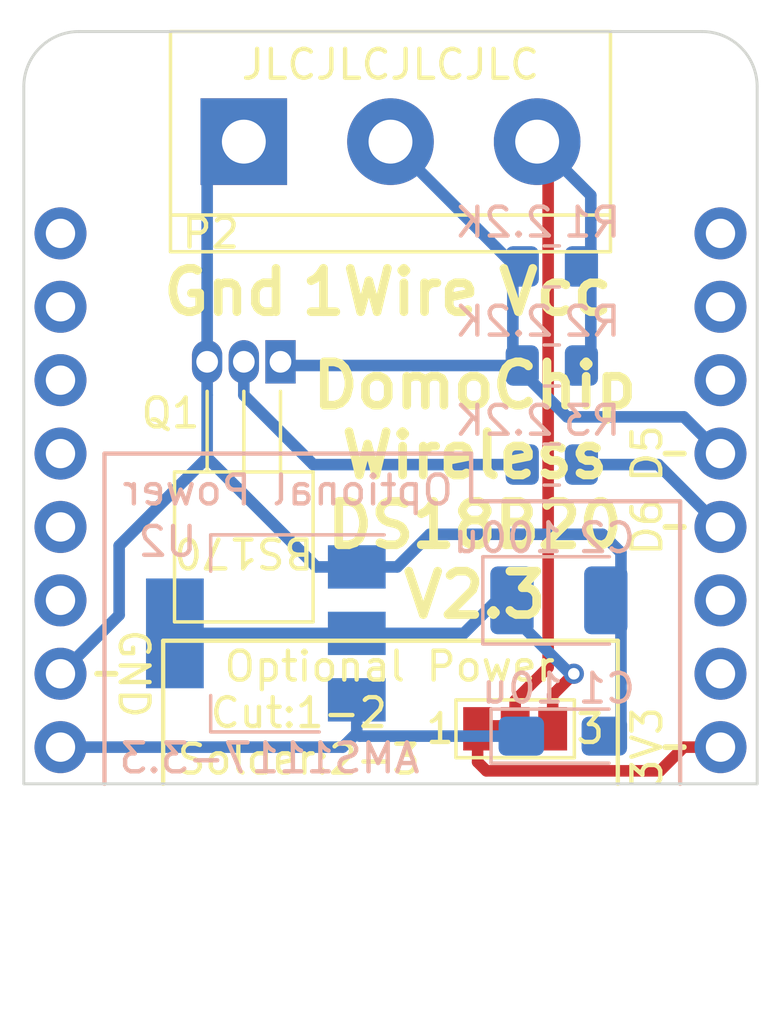
<source format=kicad_pcb>
(kicad_pcb (version 20171130) (host pcbnew "(5.1.5)-3")

  (general
    (thickness 1.6)
    (drawings 32)
    (tracks 55)
    (zones 0)
    (modules 10)
    (nets 9)
  )

  (page A4)
  (layers
    (0 F.Cu signal)
    (31 B.Cu signal)
    (32 B.Adhes user)
    (33 F.Adhes user)
    (34 B.Paste user)
    (35 F.Paste user)
    (36 B.SilkS user)
    (37 F.SilkS user)
    (38 B.Mask user)
    (39 F.Mask user)
    (40 Dwgs.User user)
    (41 Cmts.User user)
    (42 Eco1.User user)
    (43 Eco2.User user)
    (44 Edge.Cuts user)
    (45 Margin user)
    (46 B.CrtYd user)
    (47 F.CrtYd user)
    (48 B.Fab user)
    (49 F.Fab user)
  )

  (setup
    (last_trace_width 0.4)
    (trace_clearance 0.2)
    (zone_clearance 0.508)
    (zone_45_only no)
    (trace_min 0.2)
    (via_size 0.7)
    (via_drill 0.4)
    (via_min_size 0.4)
    (via_min_drill 0.3)
    (uvia_size 0.762)
    (uvia_drill 0.508)
    (uvias_allowed no)
    (uvia_min_size 0.2)
    (uvia_min_drill 0.1)
    (edge_width 0.1)
    (segment_width 0.2)
    (pcb_text_width 0.3)
    (pcb_text_size 1.5 1.5)
    (mod_edge_width 0.15)
    (mod_text_size 1 1)
    (mod_text_width 0.15)
    (pad_size 1.5 1.5)
    (pad_drill 0.6)
    (pad_to_mask_clearance 0)
    (solder_mask_min_width 0.25)
    (aux_axis_origin 0 0)
    (visible_elements 7FFFFFFF)
    (pcbplotparams
      (layerselection 0x010fc_ffffffff)
      (usegerberextensions false)
      (usegerberattributes false)
      (usegerberadvancedattributes false)
      (creategerberjobfile false)
      (excludeedgelayer true)
      (linewidth 0.100000)
      (plotframeref false)
      (viasonmask false)
      (mode 1)
      (useauxorigin false)
      (hpglpennumber 1)
      (hpglpenspeed 20)
      (hpglpendiameter 15.000000)
      (psnegative false)
      (psa4output false)
      (plotreference true)
      (plotvalue true)
      (plotinvisibletext false)
      (padsonsilk false)
      (subtractmaskfromsilk false)
      (outputformat 1)
      (mirror false)
      (drillshape 0)
      (scaleselection 1)
      (outputdirectory "WirelessDS18B20-gerber/"))
  )

  (net 0 "")
  (net 1 VCC)
  (net 2 "Net-(P2-Pad2)")
  (net 3 GND)
  (net 4 "Net-(Q1-Pad2)")
  (net 5 "Net-(R3-Pad1)")
  (net 6 "Net-(C2-Pad1)")
  (net 7 5V)
  (net 8 3V3)

  (net_class Default "This is the default net class."
    (clearance 0.2)
    (trace_width 0.4)
    (via_dia 0.7)
    (via_drill 0.4)
    (uvia_dia 0.762)
    (uvia_drill 0.508)
    (add_net 3V3)
    (add_net 5V)
    (add_net GND)
    (add_net "Net-(C2-Pad1)")
    (add_net "Net-(P2-Pad2)")
    (add_net "Net-(Q1-Pad2)")
    (add_net "Net-(R3-Pad1)")
    (add_net VCC)
  )

  (module wemos_d1_mini:wemos-d1-mini-DIL-only (layer B.Cu) (tedit 5C0440C4) (tstamp 5E124C58)
    (at 36.195 40.64 90)
    (path /5C04580B)
    (fp_text reference U1 (at -19.3 0) (layer B.SilkS) hide
      (effects (font (size 1 1) (thickness 0.15)) (justify mirror))
    )
    (fp_text value WeMos_mini (at -2.54 -15.875 90) (layer B.Fab) hide
      (effects (font (size 1 1) (thickness 0.15)) (justify mirror))
    )
    (fp_line (start -11.48 13.5) (end 14.85 13.5) (layer B.CrtYd) (width 0.05))
    (fp_line (start 16.94 11.5) (end 16.94 -11.5) (layer B.CrtYd) (width 0.05))
    (fp_line (start 14.94 -13.5) (end -18.46 -13.5) (layer B.CrtYd) (width 0.05))
    (fp_line (start -18.46 -13.5) (end -18.46 11.33) (layer B.CrtYd) (width 0.05))
    (fp_arc (start 14.94 -11.5) (end 16.94 -11.5) (angle -90) (layer B.CrtYd) (width 0.05))
    (fp_arc (start 14.94 11.5) (end 14.85 13.5) (angle -92.57657183) (layer B.CrtYd) (width 0.05))
    (fp_line (start -11.48 13.5) (end -11.48 12.33) (layer B.CrtYd) (width 0.05))
    (fp_line (start -18.46 11.33) (end -12.48 11.33) (layer B.CrtYd) (width 0.05))
    (fp_arc (start -12.48 12.33) (end -11.48 12.33) (angle -90) (layer B.CrtYd) (width 0.05))
    (pad 16 thru_hole circle (at -8.89 11.43 90) (size 1.8 1.8) (drill 1.016) (layers *.Cu *.Mask)
      (net 8 3V3))
    (pad 1 thru_hole circle (at -8.89 -11.43 90) (size 1.8 1.8) (drill 1.016) (layers *.Cu *.Mask)
      (net 7 5V))
    (pad 15 thru_hole circle (at -6.35 11.43 90) (size 1.8 1.8) (drill 1.016) (layers *.Cu *.Mask))
    (pad 2 thru_hole circle (at -6.35 -11.43 90) (size 1.8 1.8) (drill 1.016) (layers *.Cu *.Mask)
      (net 3 GND))
    (pad 14 thru_hole circle (at -3.81 11.43 90) (size 1.8 1.8) (drill 1.016) (layers *.Cu *.Mask))
    (pad 3 thru_hole circle (at -3.81 -11.43 90) (size 1.8 1.8) (drill 1.016) (layers *.Cu *.Mask))
    (pad 13 thru_hole circle (at -1.27 11.43 90) (size 1.8 1.8) (drill 1.016) (layers *.Cu *.Mask)
      (net 5 "Net-(R3-Pad1)"))
    (pad 4 thru_hole circle (at -1.27 -11.43 90) (size 1.8 1.8) (drill 1.016) (layers *.Cu *.Mask))
    (pad 12 thru_hole circle (at 1.27 11.43 90) (size 1.8 1.8) (drill 1.016) (layers *.Cu *.Mask)
      (net 2 "Net-(P2-Pad2)"))
    (pad 5 thru_hole circle (at 1.27 -11.43 90) (size 1.8 1.8) (drill 1.016) (layers *.Cu *.Mask))
    (pad 11 thru_hole circle (at 3.81 11.43 90) (size 1.8 1.8) (drill 1.016) (layers *.Cu *.Mask))
    (pad 6 thru_hole circle (at 3.81 -11.43 90) (size 1.8 1.8) (drill 1.016) (layers *.Cu *.Mask))
    (pad 10 thru_hole circle (at 6.35 11.43 90) (size 1.8 1.8) (drill 1.016) (layers *.Cu *.Mask))
    (pad 7 thru_hole circle (at 6.35 -11.43 90) (size 1.8 1.8) (drill 1.016) (layers *.Cu *.Mask))
    (pad 9 thru_hole circle (at 8.89 11.43 90) (size 1.8 1.8) (drill 1.016) (layers *.Cu *.Mask))
    (pad 8 thru_hole circle (at 8.89 -11.43 90) (size 1.8 1.8) (drill 1.016) (layers *.Cu *.Mask))
    (model ${KIPRJMOD}/3dshapes/wemos_d1_mini.3dshapes/SLW-108-01-G-S.wrl
      (offset (xyz 0 -11.39999982878918 0))
      (scale (xyz 0.3937 0.3937 0.3937))
      (rotate (xyz -90 0 0))
    )
    (model ${KIPRJMOD}/3dshapes/wemos_d1_mini.3dshapes/SLW-108-01-G-S.wrl
      (offset (xyz 0 11.39999982878918 0))
      (scale (xyz 0.3937 0.3937 0.3937))
      (rotate (xyz -90 0 0))
    )
    (model ${KIPRJMOD}/3dshapes/wemos_d1_mini.3dshapes/TSW-108-05-G-S.wrl
      (offset (xyz 0 -11.39999982878918 7.299999890364999))
      (scale (xyz 0.3937 0.3937 0.3937))
      (rotate (xyz 90 0 0))
    )
    (model ${KIPRJMOD}/3dshapes/wemos_d1_mini.3dshapes/TSW-108-05-G-S.wrl
      (offset (xyz 0 11.39999982878918 7.299999890364999))
      (scale (xyz 0.3937 0.3937 0.3937))
      (rotate (xyz 90 0 0))
    )
  )

  (module Jumper:SolderJumper-3_P1.3mm_Bridged12_Pad1.0x1.5mm_NumberLabels (layer F.Cu) (tedit 5C756B5B) (tstamp 5E133885)
    (at 40.513 48.895)
    (descr "SMD Solder Jumper, 1x1.5mm Pads, 0.3mm gap, pads 1-2 bridged with 1 copper strip, labeled with numbers")
    (tags "solder jumper open")
    (path /5E156EB7)
    (attr virtual)
    (fp_text reference JP1 (at 2.032 -1.778) (layer F.Fab)
      (effects (font (size 1 1) (thickness 0.15)))
    )
    (fp_text value SldrJmp_3_Bridged12 (at 0.762 3.81) (layer F.Fab) hide
      (effects (font (size 1 1) (thickness 0.15)))
    )
    (fp_text user 3 (at 2.6 0) (layer F.SilkS)
      (effects (font (size 1 1) (thickness 0.15)))
    )
    (fp_text user 1 (at -2.6 0) (layer F.SilkS)
      (effects (font (size 1 1) (thickness 0.15)))
    )
    (fp_line (start -2.05 1) (end -2.05 -1) (layer F.SilkS) (width 0.12))
    (fp_line (start 2.05 1) (end -2.05 1) (layer F.SilkS) (width 0.12))
    (fp_line (start 2.05 -1) (end 2.05 1) (layer F.SilkS) (width 0.12))
    (fp_line (start -2.05 -1) (end 2.05 -1) (layer F.SilkS) (width 0.12))
    (fp_line (start -2.3 -1.25) (end 2.3 -1.25) (layer F.CrtYd) (width 0.05))
    (fp_line (start -2.3 -1.25) (end -2.3 1.25) (layer F.CrtYd) (width 0.05))
    (fp_line (start 2.3 1.25) (end 2.3 -1.25) (layer F.CrtYd) (width 0.05))
    (fp_line (start 2.3 1.25) (end -2.3 1.25) (layer F.CrtYd) (width 0.05))
    (fp_poly (pts (xy -0.9 -0.3) (xy -0.4 -0.3) (xy -0.4 0.3) (xy -0.9 0.3)) (layer F.Cu) (width 0))
    (pad 1 smd rect (at -1.3 0) (size 1 1.5) (layers F.Cu F.Mask)
      (net 8 3V3))
    (pad 3 smd rect (at 1.3 0) (size 1 1.5) (layers F.Cu F.Mask)
      (net 6 "Net-(C2-Pad1)"))
    (pad 2 smd rect (at 0 0) (size 1 1.5) (layers F.Cu F.Mask)
      (net 1 VCC))
  )

  (module Capacitor_Tantalum_SMD:CP_EIA-3216-18_Kemet-A_Pad1.58x1.35mm_HandSolder (layer B.Cu) (tedit 5B301BBE) (tstamp 5E1B9301)
    (at 42.164 49.149)
    (descr "Tantalum Capacitor SMD Kemet-A (3216-18 Metric), IPC_7351 nominal, (Body size from: http://www.kemet.com/Lists/ProductCatalog/Attachments/253/KEM_TC101_STD.pdf), generated with kicad-footprint-generator")
    (tags "capacitor tantalum")
    (path /5E125356)
    (attr smd)
    (fp_text reference C1 (at 1.524 -1.651) (layer B.SilkS)
      (effects (font (size 1 1) (thickness 0.15)) (justify mirror))
    )
    (fp_text value 10u (at -1.397 -1.651) (layer B.SilkS)
      (effects (font (size 1 1) (thickness 0.15)) (justify mirror))
    )
    (fp_line (start 1.6 0.8) (end -1.2 0.8) (layer B.Fab) (width 0.1))
    (fp_line (start -1.2 0.8) (end -1.6 0.4) (layer B.Fab) (width 0.1))
    (fp_line (start -1.6 0.4) (end -1.6 -0.8) (layer B.Fab) (width 0.1))
    (fp_line (start -1.6 -0.8) (end 1.6 -0.8) (layer B.Fab) (width 0.1))
    (fp_line (start 1.6 -0.8) (end 1.6 0.8) (layer B.Fab) (width 0.1))
    (fp_line (start 1.6 0.935) (end -2.485 0.935) (layer B.SilkS) (width 0.12))
    (fp_line (start -2.485 0.935) (end -2.485 -0.935) (layer B.SilkS) (width 0.12))
    (fp_line (start -2.485 -0.935) (end 1.6 -0.935) (layer B.SilkS) (width 0.12))
    (fp_line (start -2.48 -1.05) (end -2.48 1.05) (layer B.CrtYd) (width 0.05))
    (fp_line (start -2.48 1.05) (end 2.48 1.05) (layer B.CrtYd) (width 0.05))
    (fp_line (start 2.48 1.05) (end 2.48 -1.05) (layer B.CrtYd) (width 0.05))
    (fp_line (start 2.48 -1.05) (end -2.48 -1.05) (layer B.CrtYd) (width 0.05))
    (fp_text user %R (at 0 0) (layer B.Fab)
      (effects (font (size 0.8 0.8) (thickness 0.12)) (justify mirror))
    )
    (pad 1 smd roundrect (at -1.4375 0) (size 1.575 1.35) (layers B.Cu B.Paste B.Mask) (roundrect_rratio 0.185185)
      (net 7 5V))
    (pad 2 smd roundrect (at 1.4375 0) (size 1.575 1.35) (layers B.Cu B.Paste B.Mask) (roundrect_rratio 0.185185)
      (net 3 GND))
    (model ${KISYS3DMOD}/Capacitor_Tantalum_SMD.3dshapes/CP_EIA-3216-18_Kemet-A.wrl
      (at (xyz 0 0 0))
      (scale (xyz 1 1 1))
      (rotate (xyz 0 0 0))
    )
  )

  (module Capacitor_Tantalum_SMD:CP_EIA-3528-21_Kemet-B_Pad1.50x2.35mm_HandSolder (layer B.Cu) (tedit 5B342532) (tstamp 5E1B9313)
    (at 42.028 44.45)
    (descr "Tantalum Capacitor SMD Kemet-B (3528-21 Metric), IPC_7351 nominal, (Body size from: http://www.kemet.com/Lists/ProductCatalog/Attachments/253/KEM_TC101_STD.pdf), generated with kicad-footprint-generator")
    (tags "capacitor tantalum")
    (path /5E12575D)
    (attr smd)
    (fp_text reference C2 (at 1.66 -2.159) (layer B.SilkS)
      (effects (font (size 1 1) (thickness 0.15)) (justify mirror))
    )
    (fp_text value 100u (at -1.769 -2.159) (layer B.SilkS)
      (effects (font (size 1 1) (thickness 0.15)) (justify mirror))
    )
    (fp_line (start 1.75 1.4) (end -1.05 1.4) (layer B.Fab) (width 0.1))
    (fp_line (start -1.05 1.4) (end -1.75 0.7) (layer B.Fab) (width 0.1))
    (fp_line (start -1.75 0.7) (end -1.75 -1.4) (layer B.Fab) (width 0.1))
    (fp_line (start -1.75 -1.4) (end 1.75 -1.4) (layer B.Fab) (width 0.1))
    (fp_line (start 1.75 -1.4) (end 1.75 1.4) (layer B.Fab) (width 0.1))
    (fp_line (start 1.75 1.51) (end -2.635 1.51) (layer B.SilkS) (width 0.12))
    (fp_line (start -2.635 1.51) (end -2.635 -1.51) (layer B.SilkS) (width 0.12))
    (fp_line (start -2.635 -1.51) (end 1.75 -1.51) (layer B.SilkS) (width 0.12))
    (fp_line (start -2.62 -1.65) (end -2.62 1.65) (layer B.CrtYd) (width 0.05))
    (fp_line (start -2.62 1.65) (end 2.62 1.65) (layer B.CrtYd) (width 0.05))
    (fp_line (start 2.62 1.65) (end 2.62 -1.65) (layer B.CrtYd) (width 0.05))
    (fp_line (start 2.62 -1.65) (end -2.62 -1.65) (layer B.CrtYd) (width 0.05))
    (fp_text user %R (at 0 0) (layer B.Fab)
      (effects (font (size 0.88 0.88) (thickness 0.13)) (justify mirror))
    )
    (pad 1 smd roundrect (at -1.625 0) (size 1.5 2.35) (layers B.Cu B.Paste B.Mask) (roundrect_rratio 0.166667)
      (net 6 "Net-(C2-Pad1)"))
    (pad 2 smd roundrect (at 1.625 0) (size 1.5 2.35) (layers B.Cu B.Paste B.Mask) (roundrect_rratio 0.166667)
      (net 3 GND))
    (model ${KISYS3DMOD}/Capacitor_Tantalum_SMD.3dshapes/CP_EIA-3528-21_Kemet-B.wrl
      (at (xyz 0 0 0))
      (scale (xyz 1 1 1))
      (rotate (xyz 0 0 0))
    )
  )

  (module TerminalBlock:TerminalBlock_bornier-3_P5.08mm (layer F.Cu) (tedit 59FF03B9) (tstamp 5E1B9325)
    (at 31.115 28.575)
    (descr "simple 3-pin terminal block, pitch 5.08mm, revamped version of bornier3")
    (tags "terminal block bornier3")
    (path /57A0B00F)
    (fp_text reference P2 (at -1.143 3.175) (layer F.SilkS)
      (effects (font (size 1 1) (thickness 0.15)))
    )
    (fp_text value "1-Wire Bus" (at 5.08 5.08) (layer F.Fab)
      (effects (font (size 1 1) (thickness 0.15)))
    )
    (fp_text user %R (at 5.08 0) (layer F.Fab)
      (effects (font (size 1 1) (thickness 0.15)))
    )
    (fp_line (start -2.47 2.55) (end 12.63 2.55) (layer F.Fab) (width 0.1))
    (fp_line (start -2.47 -3.75) (end 12.63 -3.75) (layer F.Fab) (width 0.1))
    (fp_line (start 12.63 -3.75) (end 12.63 3.75) (layer F.Fab) (width 0.1))
    (fp_line (start 12.63 3.75) (end -2.47 3.75) (layer F.Fab) (width 0.1))
    (fp_line (start -2.47 3.75) (end -2.47 -3.75) (layer F.Fab) (width 0.1))
    (fp_line (start -2.54 3.81) (end -2.54 -3.81) (layer F.SilkS) (width 0.12))
    (fp_line (start 12.7 3.81) (end 12.7 -3.81) (layer F.SilkS) (width 0.12))
    (fp_line (start -2.54 2.54) (end 12.7 2.54) (layer F.SilkS) (width 0.12))
    (fp_line (start -2.54 -3.81) (end 12.7 -3.81) (layer F.SilkS) (width 0.12))
    (fp_line (start -2.54 3.81) (end 12.7 3.81) (layer F.SilkS) (width 0.12))
    (fp_line (start -2.72 -4) (end 12.88 -4) (layer F.CrtYd) (width 0.05))
    (fp_line (start -2.72 -4) (end -2.72 4) (layer F.CrtYd) (width 0.05))
    (fp_line (start 12.88 4) (end 12.88 -4) (layer F.CrtYd) (width 0.05))
    (fp_line (start 12.88 4) (end -2.72 4) (layer F.CrtYd) (width 0.05))
    (pad 1 thru_hole rect (at 0 0) (size 3 3) (drill 1.52) (layers *.Cu *.Mask)
      (net 3 GND))
    (pad 2 thru_hole circle (at 5.08 0) (size 3 3) (drill 1.52) (layers *.Cu *.Mask)
      (net 2 "Net-(P2-Pad2)"))
    (pad 3 thru_hole circle (at 10.16 0) (size 3 3) (drill 1.52) (layers *.Cu *.Mask)
      (net 1 VCC))
    (model ${KISYS3DMOD}/TerminalBlock.3dshapes/TerminalBlock_bornier-3_P5.08mm.wrl
      (offset (xyz 5.079999923706055 0 0))
      (scale (xyz 1 1 1))
      (rotate (xyz 0 0 0))
    )
  )

  (module Package_TO_SOT_THT:TO-92_Inline_Horizontal2 (layer F.Cu) (tedit 5A27991D) (tstamp 5E1B933A)
    (at 32.385 36.195 180)
    (descr "TO-92 horizontal, leads in-line, narrow, oval pads, drill 0.75mm (see NXP sot054_po.pdf)")
    (tags "to-92 sc-43 sc-43a sot54 PA33 transistor")
    (path /59F83235)
    (fp_text reference Q1 (at 3.81 -1.778) (layer F.SilkS)
      (effects (font (size 1 1) (thickness 0.15)))
    )
    (fp_text value BS170 (at 1.27 -6.604 180 unlocked) (layer F.SilkS)
      (effects (font (size 1 1) (thickness 0.15)))
    )
    (fp_line (start 2.54 -3.94) (end 2.54 -1.02) (layer F.Fab) (width 0.1))
    (fp_line (start 1.27 -3.94) (end 1.27 -1.02) (layer F.Fab) (width 0.1))
    (fp_line (start 0 -3.94) (end 0 -1.02) (layer F.Fab) (width 0.1))
    (fp_line (start -1.02 -8.89) (end -1.02 -3.94) (layer F.Fab) (width 0.1))
    (fp_line (start -1.02 -3.94) (end 3.56 -3.94) (layer F.Fab) (width 0.1))
    (fp_line (start 3.56 -3.94) (end 3.56 -8.89) (layer F.Fab) (width 0.1))
    (fp_line (start 3.56 -8.89) (end -1.02 -8.89) (layer F.Fab) (width 0.1))
    (fp_line (start 0 -1.02) (end 0 -3.81) (layer F.SilkS) (width 0.12))
    (fp_line (start 1.27 -1.02) (end 1.27 -3.81) (layer F.SilkS) (width 0.12))
    (fp_line (start 2.54 -1.02) (end 2.54 -3.81) (layer F.SilkS) (width 0.12))
    (fp_line (start -1.13 -3.81) (end 3.67 -3.81) (layer F.SilkS) (width 0.12))
    (fp_line (start 3.67 -3.81) (end 3.67 -9) (layer F.SilkS) (width 0.12))
    (fp_line (start 3.67 -9) (end -1.13 -9) (layer F.SilkS) (width 0.12))
    (fp_line (start -1.13 -9) (end -1.13 -3.81) (layer F.SilkS) (width 0.12))
    (fp_line (start -1.27 -9.14) (end 3.81 -9.14) (layer F.CrtYd) (width 0.05))
    (fp_line (start -1.27 -9.14) (end -1.27 1) (layer F.CrtYd) (width 0.05))
    (fp_line (start 3.81 1) (end 3.81 -9.14) (layer F.CrtYd) (width 0.05))
    (fp_line (start 3.81 1) (end -1.27 1) (layer F.CrtYd) (width 0.05))
    (pad 2 thru_hole oval (at 1.27 0 180) (size 1.05 1.5) (drill 0.75) (layers *.Cu *.Mask)
      (net 4 "Net-(Q1-Pad2)"))
    (pad 3 thru_hole oval (at 2.54 0 180) (size 1.05 1.5) (drill 0.75) (layers *.Cu *.Mask)
      (net 3 GND))
    (pad 1 thru_hole rect (at 0 0 180) (size 1.05 1.5) (drill 0.75) (layers *.Cu *.Mask)
      (net 2 "Net-(P2-Pad2)"))
    (model ${KISYS3DMOD}/Package_TO_SOT_THT.3dshapes/TO-92_Inline_Horizontal2.wrl
      (at (xyz 0 0 0))
      (scale (xyz 1 1 1))
      (rotate (xyz 0 0 0))
    )
  )

  (module Resistor_SMD:R_0805_2012Metric_Pad1.15x1.40mm_HandSolder (layer B.Cu) (tedit 5B36C52B) (tstamp 5E1B9353)
    (at 41.783 32.893 180)
    (descr "Resistor SMD 0805 (2012 Metric), square (rectangular) end terminal, IPC_7351 nominal with elongated pad for handsoldering. (Body size source: https://docs.google.com/spreadsheets/d/1BsfQQcO9C6DZCsRaXUlFlo91Tg2WpOkGARC1WS5S8t0/edit?usp=sharing), generated with kicad-footprint-generator")
    (tags "resistor handsolder")
    (path /57A0B1BF)
    (attr smd)
    (fp_text reference R1 (at -1.397 1.524) (layer B.SilkS)
      (effects (font (size 1 1) (thickness 0.15)) (justify mirror))
    )
    (fp_text value 2.2K (at 1.651 1.524) (layer B.SilkS)
      (effects (font (size 1 1) (thickness 0.15)) (justify mirror))
    )
    (fp_line (start -1 -0.6) (end -1 0.6) (layer B.Fab) (width 0.1))
    (fp_line (start -1 0.6) (end 1 0.6) (layer B.Fab) (width 0.1))
    (fp_line (start 1 0.6) (end 1 -0.6) (layer B.Fab) (width 0.1))
    (fp_line (start 1 -0.6) (end -1 -0.6) (layer B.Fab) (width 0.1))
    (fp_line (start -0.261252 0.71) (end 0.261252 0.71) (layer B.SilkS) (width 0.12))
    (fp_line (start -0.261252 -0.71) (end 0.261252 -0.71) (layer B.SilkS) (width 0.12))
    (fp_line (start -1.85 -0.95) (end -1.85 0.95) (layer B.CrtYd) (width 0.05))
    (fp_line (start -1.85 0.95) (end 1.85 0.95) (layer B.CrtYd) (width 0.05))
    (fp_line (start 1.85 0.95) (end 1.85 -0.95) (layer B.CrtYd) (width 0.05))
    (fp_line (start 1.85 -0.95) (end -1.85 -0.95) (layer B.CrtYd) (width 0.05))
    (fp_text user %R (at 0 0) (layer B.Fab)
      (effects (font (size 0.5 0.5) (thickness 0.08)) (justify mirror))
    )
    (pad 1 smd roundrect (at -1.025 0 180) (size 1.15 1.4) (layers B.Cu B.Paste B.Mask) (roundrect_rratio 0.217391)
      (net 1 VCC))
    (pad 2 smd roundrect (at 1.025 0 180) (size 1.15 1.4) (layers B.Cu B.Paste B.Mask) (roundrect_rratio 0.217391)
      (net 2 "Net-(P2-Pad2)"))
    (model ${KISYS3DMOD}/Resistor_SMD.3dshapes/R_0805_2012Metric.wrl
      (at (xyz 0 0 0))
      (scale (xyz 1 1 1))
      (rotate (xyz 0 0 0))
    )
  )

  (module Resistor_SMD:R_0805_2012Metric_Pad1.15x1.40mm_HandSolder (layer B.Cu) (tedit 5B36C52B) (tstamp 5E1B9363)
    (at 41.783 36.322 180)
    (descr "Resistor SMD 0805 (2012 Metric), square (rectangular) end terminal, IPC_7351 nominal with elongated pad for handsoldering. (Body size source: https://docs.google.com/spreadsheets/d/1BsfQQcO9C6DZCsRaXUlFlo91Tg2WpOkGARC1WS5S8t0/edit?usp=sharing), generated with kicad-footprint-generator")
    (tags "resistor handsolder")
    (path /58278690)
    (attr smd)
    (fp_text reference R2 (at -1.397 1.524) (layer B.SilkS)
      (effects (font (size 1 1) (thickness 0.15)) (justify mirror))
    )
    (fp_text value 2.2K (at 1.651 1.524) (layer B.SilkS)
      (effects (font (size 1 1) (thickness 0.15)) (justify mirror))
    )
    (fp_line (start -1 -0.6) (end -1 0.6) (layer B.Fab) (width 0.1))
    (fp_line (start -1 0.6) (end 1 0.6) (layer B.Fab) (width 0.1))
    (fp_line (start 1 0.6) (end 1 -0.6) (layer B.Fab) (width 0.1))
    (fp_line (start 1 -0.6) (end -1 -0.6) (layer B.Fab) (width 0.1))
    (fp_line (start -0.261252 0.71) (end 0.261252 0.71) (layer B.SilkS) (width 0.12))
    (fp_line (start -0.261252 -0.71) (end 0.261252 -0.71) (layer B.SilkS) (width 0.12))
    (fp_line (start -1.85 -0.95) (end -1.85 0.95) (layer B.CrtYd) (width 0.05))
    (fp_line (start -1.85 0.95) (end 1.85 0.95) (layer B.CrtYd) (width 0.05))
    (fp_line (start 1.85 0.95) (end 1.85 -0.95) (layer B.CrtYd) (width 0.05))
    (fp_line (start 1.85 -0.95) (end -1.85 -0.95) (layer B.CrtYd) (width 0.05))
    (fp_text user %R (at 0 0) (layer B.Fab)
      (effects (font (size 0.5 0.5) (thickness 0.08)) (justify mirror))
    )
    (pad 1 smd roundrect (at -1.025 0 180) (size 1.15 1.4) (layers B.Cu B.Paste B.Mask) (roundrect_rratio 0.217391)
      (net 1 VCC))
    (pad 2 smd roundrect (at 1.025 0 180) (size 1.15 1.4) (layers B.Cu B.Paste B.Mask) (roundrect_rratio 0.217391)
      (net 2 "Net-(P2-Pad2)"))
    (model ${KISYS3DMOD}/Resistor_SMD.3dshapes/R_0805_2012Metric.wrl
      (at (xyz 0 0 0))
      (scale (xyz 1 1 1))
      (rotate (xyz 0 0 0))
    )
  )

  (module Resistor_SMD:R_0805_2012Metric_Pad1.15x1.40mm_HandSolder (layer B.Cu) (tedit 5B36C52B) (tstamp 5E1B9373)
    (at 41.783 39.751 180)
    (descr "Resistor SMD 0805 (2012 Metric), square (rectangular) end terminal, IPC_7351 nominal with elongated pad for handsoldering. (Body size source: https://docs.google.com/spreadsheets/d/1BsfQQcO9C6DZCsRaXUlFlo91Tg2WpOkGARC1WS5S8t0/edit?usp=sharing), generated with kicad-footprint-generator")
    (tags "resistor handsolder")
    (path /57A0BCAA)
    (attr smd)
    (fp_text reference R3 (at -1.397 1.524) (layer B.SilkS)
      (effects (font (size 1 1) (thickness 0.15)) (justify mirror))
    )
    (fp_text value 2.2K (at 1.651 1.524) (layer B.SilkS)
      (effects (font (size 1 1) (thickness 0.15)) (justify mirror))
    )
    (fp_text user %R (at 0 0) (layer B.Fab)
      (effects (font (size 0.5 0.5) (thickness 0.08)) (justify mirror))
    )
    (fp_line (start 1.85 -0.95) (end -1.85 -0.95) (layer B.CrtYd) (width 0.05))
    (fp_line (start 1.85 0.95) (end 1.85 -0.95) (layer B.CrtYd) (width 0.05))
    (fp_line (start -1.85 0.95) (end 1.85 0.95) (layer B.CrtYd) (width 0.05))
    (fp_line (start -1.85 -0.95) (end -1.85 0.95) (layer B.CrtYd) (width 0.05))
    (fp_line (start -0.261252 -0.71) (end 0.261252 -0.71) (layer B.SilkS) (width 0.12))
    (fp_line (start -0.261252 0.71) (end 0.261252 0.71) (layer B.SilkS) (width 0.12))
    (fp_line (start 1 -0.6) (end -1 -0.6) (layer B.Fab) (width 0.1))
    (fp_line (start 1 0.6) (end 1 -0.6) (layer B.Fab) (width 0.1))
    (fp_line (start -1 0.6) (end 1 0.6) (layer B.Fab) (width 0.1))
    (fp_line (start -1 -0.6) (end -1 0.6) (layer B.Fab) (width 0.1))
    (pad 2 smd roundrect (at 1.025 0 180) (size 1.15 1.4) (layers B.Cu B.Paste B.Mask) (roundrect_rratio 0.217391)
      (net 4 "Net-(Q1-Pad2)"))
    (pad 1 smd roundrect (at -1.025 0 180) (size 1.15 1.4) (layers B.Cu B.Paste B.Mask) (roundrect_rratio 0.217391)
      (net 5 "Net-(R3-Pad1)"))
    (model ${KISYS3DMOD}/Resistor_SMD.3dshapes/R_0805_2012Metric.wrl
      (at (xyz 0 0 0))
      (scale (xyz 1 1 1))
      (rotate (xyz 0 0 0))
    )
  )

  (module Package_TO_SOT_SMD:SOT-223-3_TabPin2 (layer B.Cu) (tedit 5A02FF57) (tstamp 5E1B9383)
    (at 31.877 45.593 180)
    (descr "module CMS SOT223 4 pins")
    (tags "CMS SOT")
    (path /5E125DB2)
    (attr smd)
    (fp_text reference U2 (at 3.404 3.175) (layer B.SilkS)
      (effects (font (size 1 1) (thickness 0.15)) (justify mirror))
    )
    (fp_text value AMS1117-3.3 (at -0.127 -4.318) (layer B.SilkS)
      (effects (font (size 1 1) (thickness 0.15)) (justify mirror))
    )
    (fp_text user %R (at 0 0 270) (layer B.Fab)
      (effects (font (size 0.8 0.8) (thickness 0.12)) (justify mirror))
    )
    (fp_line (start 1.91 -3.41) (end 1.91 -2.15) (layer B.SilkS) (width 0.12))
    (fp_line (start 1.91 3.41) (end 1.91 2.15) (layer B.SilkS) (width 0.12))
    (fp_line (start 4.4 3.6) (end -4.4 3.6) (layer B.CrtYd) (width 0.05))
    (fp_line (start 4.4 -3.6) (end 4.4 3.6) (layer B.CrtYd) (width 0.05))
    (fp_line (start -4.4 -3.6) (end 4.4 -3.6) (layer B.CrtYd) (width 0.05))
    (fp_line (start -4.4 3.6) (end -4.4 -3.6) (layer B.CrtYd) (width 0.05))
    (fp_line (start -1.85 2.35) (end -0.85 3.35) (layer B.Fab) (width 0.1))
    (fp_line (start -1.85 2.35) (end -1.85 -3.35) (layer B.Fab) (width 0.1))
    (fp_line (start -1.85 -3.41) (end 1.91 -3.41) (layer B.SilkS) (width 0.12))
    (fp_line (start -0.85 3.35) (end 1.85 3.35) (layer B.Fab) (width 0.1))
    (fp_line (start -4.1 3.41) (end 1.91 3.41) (layer B.SilkS) (width 0.12))
    (fp_line (start -1.85 -3.35) (end 1.85 -3.35) (layer B.Fab) (width 0.1))
    (fp_line (start 1.85 3.35) (end 1.85 -3.35) (layer B.Fab) (width 0.1))
    (pad 2 smd rect (at 3.15 0 180) (size 2 3.8) (layers B.Cu B.Paste B.Mask)
      (net 6 "Net-(C2-Pad1)"))
    (pad 2 smd rect (at -3.15 0 180) (size 2 1.5) (layers B.Cu B.Paste B.Mask)
      (net 6 "Net-(C2-Pad1)"))
    (pad 3 smd rect (at -3.15 -2.3 180) (size 2 1.5) (layers B.Cu B.Paste B.Mask)
      (net 7 5V))
    (pad 1 smd rect (at -3.15 2.3 180) (size 2 1.5) (layers B.Cu B.Paste B.Mask)
      (net 3 GND))
    (model ${KISYS3DMOD}/Package_TO_SOT_SMD.3dshapes/SOT-223.wrl
      (at (xyz 0 0 0))
      (scale (xyz 1 1 1))
      (rotate (xyz 0 0 0))
    )
  )

  (gr_text JLCJLCJLCJLC (at 36.195 25.908) (layer F.SilkS)
    (effects (font (size 1 1) (thickness 0.15)))
  )
  (gr_text "Cut:1-2\nSolder:2-3" (at 33.02 49.149) (layer F.SilkS) (tstamp 5E14EF75)
    (effects (font (size 1 1) (thickness 0.15)))
  )
  (gr_line (start 44.069 45.847) (end 44.069 50.8) (layer F.SilkS) (width 0.15))
  (gr_line (start 28.321 45.847) (end 44.069 45.847) (layer F.SilkS) (width 0.15) (tstamp 5E13A252))
  (gr_line (start 28.321 50.8) (end 28.321 45.847) (layer F.SilkS) (width 0.15))
  (gr_line (start 46.228 41.021) (end 46.228 50.8) (layer B.SilkS) (width 0.15))
  (gr_line (start 38.989 41.021) (end 46.228 41.021) (layer B.SilkS) (width 0.15))
  (gr_line (start 38.989 39.37) (end 38.989 41.021) (layer B.SilkS) (width 0.15))
  (gr_line (start 26.289 39.37) (end 38.989 39.37) (layer B.SilkS) (width 0.15) (tstamp 5E133C63))
  (gr_line (start 26.289 50.8) (end 26.289 39.37) (layer B.SilkS) (width 0.15))
  (gr_text "Optional Power" (at 32.639 40.64) (layer B.SilkS) (tstamp 5E13A1DC)
    (effects (font (size 1 1) (thickness 0.15)) (justify mirror))
  )
  (gr_text "Optional Power" (at 30.353 46.736) (layer F.SilkS)
    (effects (font (size 1 1) (thickness 0.15)) (justify left))
  )
  (gr_arc (start 25.4 26.67) (end 25.4 24.765) (angle -90) (layer Edge.Cuts) (width 0.1))
  (gr_arc (start 46.99 26.67) (end 48.895 26.67) (angle -90) (layer Edge.Cuts) (width 0.1))
  (gr_text D6 (at 45.085 41.91 90) (layer F.SilkS) (tstamp 5C50C964)
    (effects (font (size 1 1) (thickness 0.15)))
  )
  (gr_text D5 (at 45.085 39.37 90) (layer F.SilkS) (tstamp 5C50C953)
    (effects (font (size 1 1) (thickness 0.15)))
  )
  (gr_line (start 45.72 39.37) (end 46.355 39.37) (layer F.SilkS) (width 0.2) (tstamp 5C50C9A1))
  (gr_line (start 45.72 41.91) (end 46.355 41.91) (layer F.SilkS) (width 0.2))
  (gr_line (start 45.72 49.53) (end 46.355 49.53) (layer F.SilkS) (width 0.2))
  (gr_line (start 26.67 46.99) (end 26.035 46.99) (layer F.SilkS) (width 0.2))
  (gr_text GND (at 27.305 46.99 270) (layer F.SilkS) (tstamp 5C2C9BEF)
    (effects (font (size 1 1) (thickness 0.15)))
  )
  (gr_text 3V3 (at 45.085 49.53 90) (layer F.SilkS) (tstamp 5C2C96CD)
    (effects (font (size 1 1) (thickness 0.15)))
  )
  (gr_text 1Wire (at 36.195 33.782) (layer F.SilkS) (tstamp 5C0448B2)
    (effects (font (size 1.5 1.5) (thickness 0.3)))
  )
  (gr_text Gnd (at 30.48 33.782) (layer F.SilkS) (tstamp 5C044892)
    (effects (font (size 1.5 1.5) (thickness 0.3)))
  )
  (gr_text Vcc (at 41.91 33.782) (layer F.SilkS) (tstamp 5E124892)
    (effects (font (size 1.5 1.5) (thickness 0.3)))
  )
  (gr_text "DomoChip\nWireless\nDS18B20\nV2.3" (at 39.116 40.64) (layer F.SilkS)
    (effects (font (size 1.5 1.5) (thickness 0.3)))
  )
  (gr_circle (center 47.625 31.75) (end 47.117 32.512) (layer F.Fab) (width 0.2))
  (gr_circle (center 24.765 49.53) (end 25.527 50.038) (layer F.Fab) (width 0.2))
  (gr_line (start 23.495 26.67) (end 23.495 50.8) (layer Edge.Cuts) (width 0.1))
  (gr_line (start 46.99 24.765) (end 25.4 24.765) (layer Edge.Cuts) (width 0.1) (tstamp 5C50CECD))
  (gr_line (start 48.895 50.8) (end 48.895 26.67) (layer Edge.Cuts) (width 0.1))
  (gr_line (start 23.495 50.8) (end 48.895 50.8) (layer Edge.Cuts) (width 0.1))

  (segment (start 43.133 30.433) (end 43.133 32.893) (width 0.4) (layer B.Cu) (net 1))
  (segment (start 41.275 28.575) (end 43.133 30.433) (width 0.4) (layer B.Cu) (net 1))
  (segment (start 43.133 32.893) (end 43.133 36.322) (width 0.4) (layer B.Cu) (net 1))
  (segment (start 41.656 28.956) (end 41.275 28.575) (width 0.4) (layer F.Cu) (net 1))
  (segment (start 40.513 48.895) (end 40.513 47.911998) (width 0.4) (layer F.Cu) (net 1))
  (segment (start 41.656 46.768998) (end 41.656 28.956) (width 0.4) (layer F.Cu) (net 1))
  (segment (start 40.513 47.911998) (end 41.656 46.768998) (width 0.4) (layer F.Cu) (net 1))
  (segment (start 40.433 32.813) (end 40.433 32.893) (width 0.4) (layer B.Cu) (net 2))
  (segment (start 36.195 28.575) (end 40.433 32.813) (width 0.4) (layer B.Cu) (net 2))
  (segment (start 40.433 32.893) (end 40.433 36.322) (width 0.4) (layer B.Cu) (net 2))
  (segment (start 32.512 36.322) (end 32.385 36.195) (width 0.4) (layer B.Cu) (net 2))
  (segment (start 40.433 36.322) (end 32.512 36.322) (width 0.4) (layer B.Cu) (net 2))
  (segment (start 40.533 36.322) (end 42.311 38.1) (width 0.4) (layer B.Cu) (net 2))
  (segment (start 40.433 36.322) (end 40.533 36.322) (width 0.4) (layer B.Cu) (net 2))
  (segment (start 46.355 38.1) (end 47.625 39.37) (width 0.4) (layer B.Cu) (net 2))
  (segment (start 42.311 38.1) (end 46.355 38.1) (width 0.4) (layer B.Cu) (net 2))
  (segment (start 29.845 29.845) (end 31.115 28.575) (width 0.4) (layer B.Cu) (net 3))
  (segment (start 29.845 36.195) (end 29.845 29.845) (width 0.4) (layer B.Cu) (net 3))
  (segment (start 44.178 49.135) (end 44.164 49.149) (width 0.4) (layer B.Cu) (net 3))
  (segment (start 44.178 44.45) (end 44.178 49.135) (width 0.4) (layer B.Cu) (net 3))
  (segment (start 36.427 43.293) (end 37.556 42.164) (width 0.4) (layer B.Cu) (net 3))
  (segment (start 35.027 43.293) (end 36.427 43.293) (width 0.4) (layer B.Cu) (net 3))
  (segment (start 44.178 42.8) (end 44.178 44.45) (width 0.4) (layer B.Cu) (net 3))
  (segment (start 43.542 42.164) (end 44.178 42.8) (width 0.4) (layer B.Cu) (net 3))
  (segment (start 37.556 42.164) (end 43.542 42.164) (width 0.4) (layer B.Cu) (net 3))
  (segment (start 29.845 37.345) (end 29.845 36.195) (width 0.4) (layer B.Cu) (net 3))
  (segment (start 29.845 39.511) (end 29.845 37.345) (width 0.4) (layer B.Cu) (net 3))
  (segment (start 33.627 43.293) (end 29.845 39.511) (width 0.4) (layer B.Cu) (net 3))
  (segment (start 35.027 43.293) (end 33.627 43.293) (width 0.4) (layer B.Cu) (net 3))
  (segment (start 24.765 46.99) (end 26.797 44.958) (width 0.4) (layer B.Cu) (net 3))
  (segment (start 26.797 42.559) (end 29.845 39.511) (width 0.4) (layer B.Cu) (net 3))
  (segment (start 26.797 44.958) (end 26.797 42.559) (width 0.4) (layer B.Cu) (net 3))
  (segment (start 31.115 37.345) (end 31.115 36.195) (width 0.4) (layer B.Cu) (net 4))
  (segment (start 40.433 39.751) (end 33.521 39.751) (width 0.4) (layer B.Cu) (net 4))
  (segment (start 33.521 39.751) (end 31.115 37.345) (width 0.4) (layer B.Cu) (net 4))
  (segment (start 45.466 39.751) (end 47.625 41.91) (width 0.4) (layer B.Cu) (net 5))
  (segment (start 43.133 39.751) (end 45.466 39.751) (width 0.4) (layer B.Cu) (net 5))
  (segment (start 34.54 49.53) (end 35.027 49.043) (width 0.4) (layer B.Cu) (net 7))
  (segment (start 24.765 49.53) (end 34.54 49.53) (width 0.4) (layer B.Cu) (net 7))
  (segment (start 35.027 49.043) (end 35.027 47.893) (width 0.4) (layer B.Cu) (net 7))
  (segment (start 35.133 49.149) (end 35.027 49.043) (width 0.4) (layer B.Cu) (net 7))
  (segment (start 40.164 49.149) (end 35.133 49.149) (width 0.4) (layer B.Cu) (net 7))
  (segment (start 28.727 45.593) (end 35.027 45.593) (width 0.4) (layer B.Cu) (net 6))
  (segment (start 38.735 45.593) (end 39.878 44.45) (width 0.4) (layer B.Cu) (net 6))
  (segment (start 35.027 45.593) (end 38.735 45.593) (width 0.4) (layer B.Cu) (net 6))
  (segment (start 41.813 48.895) (end 41.813 47.722) (width 0.4) (layer F.Cu) (net 6))
  (via (at 42.545 46.99) (size 0.7) (drill 0.4) (layers F.Cu B.Cu) (net 6))
  (segment (start 41.813 47.722) (end 42.545 46.99) (width 0.4) (layer F.Cu) (net 6))
  (segment (start 42.418 46.99) (end 39.878 44.45) (width 0.4) (layer B.Cu) (net 6))
  (segment (start 42.545 46.99) (end 42.418 46.99) (width 0.4) (layer B.Cu) (net 6))
  (segment (start 39.213 50.045) (end 39.51799 50.34999) (width 0.4) (layer F.Cu) (net 8))
  (segment (start 39.213 48.895) (end 39.213 50.045) (width 0.4) (layer F.Cu) (net 8))
  (segment (start 46.352208 49.53) (end 47.625 49.53) (width 0.4) (layer F.Cu) (net 8))
  (segment (start 45.532218 50.34999) (end 46.352208 49.53) (width 0.4) (layer F.Cu) (net 8))
  (segment (start 39.51799 50.34999) (end 45.532218 50.34999) (width 0.4) (layer F.Cu) (net 8))

)

</source>
